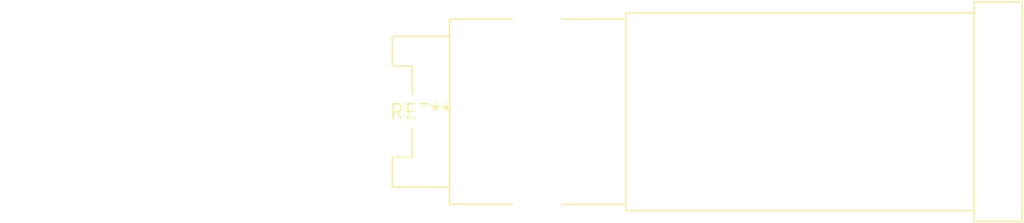
<source format=kicad_pcb>
(kicad_pcb (version 20240108) (generator pcbnew)
  (layers (0 "F.Cu" signal) (31 "B.Cu" signal) (34 "B.Paste" user) (35 "F.Paste" user) (36 "B.SilkS" user "B.Silkscreen") (37 "F.SilkS" user "F.Silkscreen") (38 "B.Mask" user) (39 "F.Mask" user) (44 "Edge.Cuts" user))
  (net 0 "")
  (footprint "Fuseholder_Cylinder-6.3x32mm_Schurter_FUP_0031.2520_Horizontal_Closed" (layer "F.Cu") (at 0 0)
    (property "Reference" "REF**")
    (property "Value" "Fuseholder_Cylinder-6.3x32mm_Schurter_FUP_0031.2520_Horizontal_Closed")
    (fp_line (start -2.5 -6.6) (end 2.5 -6.6) (layer "F.SilkS") (stroke (width 0.12)))
    (fp_line (start -2.5 -4) (end -2.5 -6.6) (layer "F.SilkS") (stroke (width 0.12)))
    (fp_line (start -2.5 4) (end -0.75 4) (layer "F.SilkS") (stroke (width 0.12)))
    (fp_line (start -2.5 6.6) (end -2.5 4) (layer "F.SilkS") (stroke (width 0.12)))
    (fp_line (start -2.5 6.6) (end 2.5 6.6) (layer "F.SilkS") (stroke (width 0.12)))
    (fp_line (start -0.75 -4) (end -2.5 -4) (layer "F.SilkS") (stroke (width 0.12)))
    (fp_line (start -0.75 -1.5) (end -0.75 -4) (layer "F.SilkS") (stroke (width 0.12)))
    (fp_line (start -0.75 4) (end -0.75 1.5) (layer "F.SilkS") (stroke (width 0.12)))
    (fp_line (start 2.5 -8.1) (end 8 -8.1) (layer "F.SilkS") (stroke (width 0.12)))
    (fp_line (start 2.5 8.1) (end 2.5 -8.1) (layer "F.SilkS") (stroke (width 0.12)))
    (fp_line (start 2.5 8.1) (end 8 8.1) (layer "F.SilkS") (stroke (width 0.12)))
    (fp_line (start 12.3 -8.1) (end 17.9 -8.1) (layer "F.SilkS") (stroke (width 0.12)))
    (fp_line (start 12.3 8.1) (end 17.9 8.1) (layer "F.SilkS") (stroke (width 0.12)))
    (fp_line (start 17.9 -8.65) (end 48.3 -8.65) (layer "F.SilkS") (stroke (width 0.12)))
    (fp_line (start 17.9 8.65) (end 17.9 -8.65) (layer "F.SilkS") (stroke (width 0.12)))
    (fp_line (start 17.9 8.65) (end 48.3 8.65) (layer "F.SilkS") (stroke (width 0.12)))
    (fp_line (start 48.3 -9.6) (end 52.5 -9.6) (layer "F.SilkS") (stroke (width 0.12)))
    (fp_line (start 48.3 9.6) (end 48.3 -9.6) (layer "F.SilkS") (stroke (width 0.12)))
    (fp_line (start 48.3 9.6) (end 52.5 9.6) (layer "F.SilkS") (stroke (width 0.12)))
    (fp_line (start 52.5 -9.6) (end 52.5 9.6) (layer "F.SilkS") (stroke (width 0.12)))
    (pad "" np_thru_hole circle (at 40.64 0) (size 2.6 2.6) (drill 2.6) (layers *.Cu *.Mask))
    (pad "1" thru_hole rect (at 0 0) (size 4 2.5) (drill 1.3) (layers *.Cu *.Mask) (remove_unused_layers))
    (pad "2" thru_hole oval (at 10.16 -7.62) (size 4 2.5) (drill 1.3) (layers *.Cu *.Mask) (remove_unused_layers))
    (pad "2" thru_hole oval (at 10.16 7.62) (size 4 2.5) (drill 1.3) (layers *.Cu *.Mask) (remove_unused_layers))
  )
)
</source>
